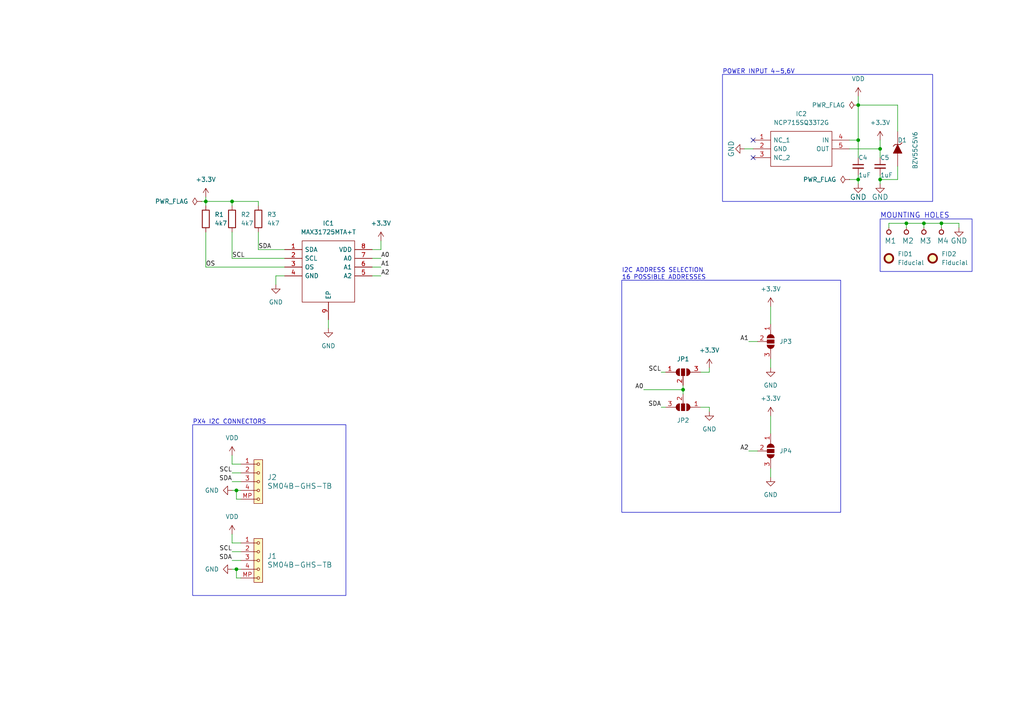
<source format=kicad_sch>
(kicad_sch (version 20230121) (generator eeschema)
  (paper "A4")
  (lib_symbols
    (symbol "Device:R" (pin_numbers hide) (pin_names (offset 0))
      (property "Reference" "R" (at 2.032 0 90))
      (property "Value" "R" (at 0 0 90))
      (symbol "R_0_1"
        (rectangle (start -1.016 -2.54) (end 1.016 2.54) (stroke (width 0.254)))
      )
      (symbol "R_1_1"
        (pin passive line (at 0 3.81 270) (length 1.27) (name "~") (number "1"))
        (pin passive line (at 0 -3.81 90) (length 1.27) (name "~") (number "2"))
      )
    )
    (symbol "GND_1" (power) (pin_names (offset 0))
      (property "Value" "GND_1" (at 0 -3.81 0))
      (symbol "GND_1_0_1"
        (polyline (pts (xy 0 0) (xy 0 -1.27) (xy 1.27 -1.27) (xy 0 -2.54) (xy -1.27 -1.27) (xy 0 -1.27)))
      )
      (symbol "GND_1_1_1"
        (pin power_in line (at 0 0 270) (length 0) hide (name "GND") (number "1"))
      )
    )
    (symbol "ISM02A-rescue:C_Small-Device-ISM02A-rescue" (pin_numbers hide) (pin_names (offset 0.254) hide)
      (property "Reference" "C" (at 0.254 1.778 0))
      (property "Value" "C_Small-Device-ISM02A-rescue" (at 0.254 -2.032 0))
      (symbol "C_Small-Device-ISM02A-rescue_0_1"
        (polyline (pts (xy -1.524 -0.508) (xy 1.524 -0.508)) (stroke (width 0.3302)))
        (polyline (pts (xy -1.524 0.508) (xy 1.524 0.508)) (stroke (width 0.3048)))
      )
      (symbol "C_Small-Device-ISM02A-rescue_1_1"
        (pin passive line (at 0 2.54 270) (length 2.032) (name "~") (number "1"))
        (pin passive line (at 0 -2.54 90) (length 2.032) (name "~") (number "2"))
      )
    )
    (symbol "ISM02A-rescue:D_ZENER-MLAB_D" (pin_numbers hide) (pin_names (offset 1.016) hide)
      (property "Reference" "D" (at 0 2.54 0))
      (property "Value" "D_ZENER-MLAB_D" (at 0 -2.54 0))
      (symbol "D_ZENER-MLAB_D_0_1"
        (polyline (pts (xy -1.778 1.27) (xy -1.27 0.762) (xy -1.27 -0.762) (xy -0.762 -1.27) (xy -0.762 -1.27)) (stroke (width 0.2032)))
        (polyline (pts (xy -1.27 0) (xy 1.27 1.27) (xy 1.27 -1.27) (xy -1.27 0) (xy -1.27 0)) (fill (type outline)))
      )
      (symbol "D_ZENER-MLAB_D_1_1"
        (pin passive line (at -5.08 0 0) (length 3.81) (name "K") (number "1"))
        (pin passive line (at 5.08 0 180) (length 3.81) (name "A") (number "2"))
      )
    )
    (symbol "Jumper:SolderJumper_3_Open" (pin_names (offset 0) hide)
      (property "Reference" "JP" (at -2.54 -2.54 0))
      (property "Value" "SolderJumper_3_Open" (at 0 2.794 0))
      (symbol "SolderJumper_3_Open_0_1"
        (arc (start -1.016 1.016) (mid -2.0276 0) (end -1.016 -1.016))
        (arc (start -1.016 1.016) (mid -2.0276 0) (end -1.016 -1.016) (fill (type outline)))
        (rectangle (start -0.508 1.016) (end 0.508 -1.016) (fill (type outline)))
        (polyline (pts (xy -2.54 0) (xy -2.032 0)))
        (polyline (pts (xy -1.016 1.016) (xy -1.016 -1.016)))
        (polyline (pts (xy 0 -1.27) (xy 0 -1.016)))
        (polyline (pts (xy 1.016 1.016) (xy 1.016 -1.016)))
        (polyline (pts (xy 2.54 0) (xy 2.032 0)))
        (arc (start 1.016 -1.016) (mid 2.0276 0) (end 1.016 1.016))
        (arc (start 1.016 -1.016) (mid 2.0276 0) (end 1.016 1.016) (fill (type outline)))
      )
      (symbol "SolderJumper_3_Open_1_1"
        (pin passive line (at -5.08 0 0) (length 2.54) (name "A") (number "1"))
        (pin passive line (at 0 -3.81 90) (length 2.54) (name "C") (number "2"))
        (pin passive line (at 5.08 0 180) (length 2.54) (name "B") (number "3"))
      )
    )
    (symbol "MAX31725MTA+T:MAX31725MTA+T" (pin_names (offset 0.762))
      (property "Reference" "IC" (at 21.59 7.62 0))
      (property "Value" "MAX31725MTA+T" (at 21.59 5.08 0))
      (symbol "MAX31725MTA+T_0_0"
        (pin passive line (at 0 0 0) (length 5.08) (name "SDA") (number "1"))
        (pin passive line (at 0 -2.54 0) (length 5.08) (name "SCL") (number "2"))
        (pin passive line (at 0 -5.08 0) (length 5.08) (name "OS") (number "3"))
        (pin passive line (at 0 -7.62 0) (length 5.08) (name "GND") (number "4"))
        (pin passive line (at 25.4 -7.62 180) (length 5.08) (name "A2") (number "5"))
        (pin passive line (at 25.4 -5.08 180) (length 5.08) (name "A1") (number "6"))
        (pin passive line (at 25.4 -2.54 180) (length 5.08) (name "A0") (number "7"))
        (pin passive line (at 25.4 0 180) (length 5.08) (name "VDD") (number "8"))
        (pin passive line (at 12.7 -20.32 90) (length 5.08) (name "EP") (number "9"))
      )
      (symbol "MAX31725MTA+T_0_1"
        (polyline (pts (xy 5.08 2.54) (xy 20.32 2.54) (xy 20.32 -15.24) (xy 5.08 -15.24) (xy 5.08 2.54)) (stroke (width 0.1524)))
      )
    )
    (symbol "MLAB_CONNECTORS_JST:SM04B-GHS-TB" (pin_names (offset 1.016))
      (property "Reference" "J" (at 0 -7.62 0))
      (property "Value" "SM04B-GHS-TB" (at 0 7.62 0))
      (symbol "SM04B-GHS-TB_0_1"
        (rectangle (start -1.27 6.35) (end 1.27 -6.35) (fill (type background)))
        (circle (center 0 -5.08) (radius 0.381))
        (circle (center 0 -2.54) (radius 0.381))
        (polyline (pts (xy -1.27 -5.08) (xy -0.381 -5.08)))
        (polyline (pts (xy -1.27 -2.54) (xy -0.381 -2.54)))
        (polyline (pts (xy -1.27 0) (xy -0.381 0)))
        (polyline (pts (xy -1.27 2.54) (xy -0.381 2.54)))
        (polyline (pts (xy -1.27 5.08) (xy -0.381 5.08)))
        (circle (center 0 0) (radius 0.381))
        (circle (center 0 2.54) (radius 0.381))
        (circle (center 0 5.08) (radius 0.381))
      )
      (symbol "SM04B-GHS-TB_1_1"
        (pin input line (at -5.08 5.08 0) (length 3.81) (name "~") (number "1"))
        (pin input line (at -5.08 2.54 0) (length 3.81) (name "~") (number "2"))
        (pin input line (at -5.08 0 0) (length 3.81) (name "~") (number "3"))
        (pin input line (at -5.08 -2.54 0) (length 3.81) (name "~") (number "4"))
        (pin input line (at -5.08 -5.08 0) (length 3.81) (name "~") (number "MP"))
      )
    )
    (symbol "MLAB_MECHANICAL:HOLE" (pin_numbers hide) (pin_names (offset 1.016) hide)
      (property "Reference" "M" (at 0 2.54 0))
      (property "Value" "HOLE" (at 0 -2.54 0))
      (symbol "HOLE_0_1"
        (circle (center 0 0) (radius 0.635) (stroke (width 0.254)))
      )
      (symbol "HOLE_1_1"
        (pin input line (at 1.27 0 180) (length 0.635) (name "~") (number "1"))
      )
    )
    (symbol "Mechanical:Fiducial"
      (property "Reference" "FID" (at 0 5.08 0))
      (property "Value" "Fiducial" (at 0 3.175 0))
      (symbol "Fiducial_0_1"
        (circle (center 0 0) (radius 1.27) (stroke (width 0.508)) (fill (type background)))
      )
    )
    (symbol "NCP715SQ33T2G:NCP715SQ33T2G" (pin_names (offset 0.762))
      (property "Reference" "IC" (at 24.13 7.62 0))
      (property "Value" "NCP715SQ33T2G" (at 24.13 5.08 0))
      (symbol "NCP715SQ33T2G_0_0"
        (pin passive line (at 0 0 0) (length 5.08) (name "NC_1") (number "1"))
        (pin passive line (at 0 -2.54 0) (length 5.08) (name "GND") (number "2"))
        (pin passive line (at 0 -5.08 0) (length 5.08) (name "NC_2") (number "3"))
        (pin passive line (at 27.94 0 180) (length 5.08) (name "IN") (number "4"))
        (pin passive line (at 27.94 -2.54 180) (length 5.08) (name "OUT") (number "5"))
      )
      (symbol "NCP715SQ33T2G_0_1"
        (polyline (pts (xy 5.08 2.54) (xy 22.86 2.54) (xy 22.86 -7.62) (xy 5.08 -7.62) (xy 5.08 2.54)) (stroke (width 0.1524)))
      )
    )
    (symbol "mlab-default-rescue:GND" (power) (pin_names (offset 0))
      (property "Value" "GND" (at 0 -3.81 0))
      (symbol "GND_0_1"
        (polyline (pts (xy 0 0) (xy 0 -1.27) (xy 1.27 -1.27) (xy 0 -2.54) (xy -1.27 -1.27) (xy 0 -1.27)))
      )
      (symbol "GND_1_1"
        (pin power_in line (at 0 0 270) (length 0) hide (name "GND") (number "1"))
      )
    )
    (symbol "power:+3.3V" (power) (pin_names (offset 0))
      (property "Value" "+3.3V" (at 0 3.556 0))
      (symbol "+3.3V_0_1"
        (polyline (pts (xy -0.762 1.27) (xy 0 2.54)))
        (polyline (pts (xy 0 0) (xy 0 2.54)))
        (polyline (pts (xy 0 2.54) (xy 0.762 1.27)))
      )
      (symbol "+3.3V_1_1"
        (pin power_in line (at 0 0 90) (length 0) hide (name "+3.3V") (number "1"))
      )
    )
    (symbol "power:GND" (power) (pin_names (offset 0))
      (property "Value" "GND" (at 0 -3.81 0))
      (symbol "GND_0_1"
        (polyline (pts (xy 0 0) (xy 0 -1.27) (xy 1.27 -1.27) (xy 0 -2.54) (xy -1.27 -1.27) (xy 0 -1.27)))
      )
      (symbol "GND_1_1"
        (pin power_in line (at 0 0 270) (length 0) hide (name "GND") (number "1"))
      )
    )
    (symbol "power:PWR_FLAG" (power) (pin_numbers hide) (pin_names (offset 0) hide)
      (property "Value" "PWR_FLAG" (at 0 3.81 0))
      (symbol "PWR_FLAG_0_0"
        (pin power_out line (at 0 0 90) (length 0) (name "pwr") (number "1"))
      )
      (symbol "PWR_FLAG_0_1"
        (polyline (pts (xy 0 0) (xy 0 1.27) (xy -1.016 1.905) (xy 0 2.54) (xy 1.016 1.905) (xy 0 1.27)))
      )
    )
    (symbol "power:VDD" (power) (pin_names (offset 0))
      (property "Value" "VDD" (at 0 3.81 0))
      (symbol "VDD_0_1"
        (polyline (pts (xy -0.762 1.27) (xy 0 2.54)))
        (polyline (pts (xy 0 0) (xy 0 2.54)))
        (polyline (pts (xy 0 2.54) (xy 0.762 1.27)))
      )
      (symbol "VDD_1_1"
        (pin power_in line (at 0 0 90) (length 0) hide (name "VDD") (number "1"))
      )
    )
  )
  (junction (at 68.58 165.1))
  (junction (at 248.92 30.48))
  (junction (at 59.69 58.42))
  (junction (at 255.27 43.18))
  (junction (at 267.97 64.77))
  (junction (at 262.89 64.77))
  (junction (at 67.31 58.42))
  (junction (at 248.92 40.64))
  (junction (at 68.58 142.24))
  (junction (at 255.27 52.07))
  (junction (at 198.12 113.03))
  (junction (at 248.92 52.07))
  (junction (at 273.05 64.77))
  (no_connect (at 218.44 45.72))
  (no_connect (at 218.44 40.64))
  (wire (pts (xy 74.93 58.42) (xy 67.31 58.42)))
  (wire (pts (xy 223.52 88.9) (xy 223.52 93.98)))
  (wire (pts (xy 273.05 64.77) (xy 267.97 64.77)))
  (wire (pts (xy 74.93 72.39) (xy 82.55 72.39)))
  (wire (pts (xy 186.69 113.03) (xy 198.12 113.03)))
  (wire (pts (xy 273.05 66.04) (xy 273.05 64.77)))
  (wire (pts (xy 217.17 99.06) (xy 219.71 99.06)))
  (wire (pts (xy 248.92 50.8) (xy 248.92 52.07)))
  (wire (pts (xy 223.52 120.65) (xy 223.52 125.73)))
  (wire (pts (xy 67.31 142.24) (xy 68.58 142.24)))
  (wire (pts (xy 110.49 69.85) (xy 110.49 72.39)))
  (wire (pts (xy 223.52 104.14) (xy 223.52 106.68)))
  (wire (pts (xy 257.81 64.77) (xy 257.81 66.04)))
  (wire (pts (xy 246.38 43.18) (xy 255.27 43.18)))
  (wire (pts (xy 267.97 66.04) (xy 267.97 64.77)))
  (wire (pts (xy 191.77 118.11) (xy 193.04 118.11)))
  (wire (pts (xy 107.95 74.93) (xy 110.49 74.93)))
  (wire (pts (xy 262.89 66.04) (xy 262.89 64.77)))
  (wire (pts (xy 198.12 113.03) (xy 198.12 114.3)))
  (wire (pts (xy 248.92 30.48) (xy 248.92 40.64)))
  (wire (pts (xy 74.93 59.69) (xy 74.93 58.42)))
  (wire (pts (xy 67.31 165.1) (xy 68.58 165.1)))
  (wire (pts (xy 82.55 80.01) (xy 80.01 80.01)))
  (wire (pts (xy 67.31 157.48) (xy 69.85 157.48)))
  (wire (pts (xy 260.35 48.26) (xy 260.35 52.07)))
  (wire (pts (xy 69.85 144.78) (xy 68.58 144.78)))
  (wire (pts (xy 217.17 130.81) (xy 219.71 130.81)))
  (wire (pts (xy 67.31 160.02) (xy 69.85 160.02)))
  (wire (pts (xy 205.74 118.11) (xy 205.74 119.38)))
  (wire (pts (xy 255.27 50.8) (xy 255.27 52.07)))
  (wire (pts (xy 80.01 80.01) (xy 80.01 82.55)))
  (wire (pts (xy 67.31 154.94) (xy 67.31 157.48)))
  (wire (pts (xy 267.97 64.77) (xy 262.89 64.77)))
  (wire (pts (xy 95.25 92.71) (xy 95.25 95.25)))
  (wire (pts (xy 248.92 40.64) (xy 246.38 40.64)))
  (wire (pts (xy 278.13 66.04) (xy 278.13 64.77)))
  (wire (pts (xy 67.31 134.62) (xy 69.85 134.62)))
  (wire (pts (xy 255.27 43.18) (xy 255.27 45.72)))
  (wire (pts (xy 246.38 52.07) (xy 248.92 52.07)))
  (wire (pts (xy 68.58 167.64) (xy 68.58 165.1)))
  (wire (pts (xy 68.58 142.24) (xy 69.85 142.24)))
  (wire (pts (xy 260.35 52.07) (xy 255.27 52.07)))
  (wire (pts (xy 278.13 64.77) (xy 273.05 64.77)))
  (wire (pts (xy 68.58 144.78) (xy 68.58 142.24)))
  (wire (pts (xy 67.31 137.16) (xy 69.85 137.16)))
  (wire (pts (xy 110.49 72.39) (xy 107.95 72.39)))
  (wire (pts (xy 68.58 165.1) (xy 69.85 165.1)))
  (wire (pts (xy 260.35 30.48) (xy 260.35 38.1)))
  (wire (pts (xy 262.89 64.77) (xy 257.81 64.77)))
  (wire (pts (xy 255.27 40.64) (xy 255.27 43.18)))
  (wire (pts (xy 67.31 132.08) (xy 67.31 134.62)))
  (wire (pts (xy 59.69 77.47) (xy 82.55 77.47)))
  (wire (pts (xy 248.92 52.07) (xy 248.92 53.34)))
  (wire (pts (xy 67.31 162.56) (xy 69.85 162.56)))
  (wire (pts (xy 198.12 111.76) (xy 198.12 113.03)))
  (wire (pts (xy 248.92 40.64) (xy 248.92 45.72)))
  (wire (pts (xy 248.92 30.48) (xy 260.35 30.48)))
  (wire (pts (xy 74.93 67.31) (xy 74.93 72.39)))
  (wire (pts (xy 67.31 58.42) (xy 59.69 58.42)))
  (wire (pts (xy 255.27 52.07) (xy 255.27 53.34)))
  (wire (pts (xy 215.9 43.18) (xy 218.44 43.18)))
  (wire (pts (xy 205.74 118.11) (xy 203.2 118.11)))
  (wire (pts (xy 67.31 67.31) (xy 67.31 74.93)))
  (wire (pts (xy 107.95 77.47) (xy 110.49 77.47)))
  (wire (pts (xy 205.74 106.68) (xy 205.74 107.95)))
  (wire (pts (xy 59.69 67.31) (xy 59.69 77.47)))
  (wire (pts (xy 67.31 74.93) (xy 82.55 74.93)))
  (wire (pts (xy 223.52 135.89) (xy 223.52 138.43)))
  (wire (pts (xy 59.69 57.15) (xy 59.69 58.42)))
  (wire (pts (xy 69.85 167.64) (xy 68.58 167.64)))
  (wire (pts (xy 248.92 27.94) (xy 248.92 30.48)))
  (wire (pts (xy 58.42 58.42) (xy 59.69 58.42)))
  (wire (pts (xy 191.77 107.95) (xy 193.04 107.95)))
  (wire (pts (xy 59.69 58.42) (xy 59.69 59.69)))
  (wire (pts (xy 67.31 139.7) (xy 69.85 139.7)))
  (wire (pts (xy 67.31 59.69) (xy 67.31 58.42)))
  (wire (pts (xy 107.95 80.01) (xy 110.49 80.01)))
  (wire (pts (xy 203.2 107.95) (xy 205.74 107.95)))
  (rectangle (start 180.34 81.28) (end 243.84 148.59))
  (rectangle (start 209.55 21.59) (end 270.51 58.42))
  (rectangle (start 255.27 63.5) (end 281.94 78.74))
  (rectangle (start 55.88 123.19) (end 100.33 172.72))
  (text "POWER INPUT 4-5,6V" (at 209.55 21.59 0) (effects (font (size 1.27 1.27)) (justify left bottom)))
  (text "I2C ADDRESS SELECTION\n16 POSSIBLE ADDRESSES" (at 180.34 81.28 0) (effects (font (size 1.27 1.27)) (justify left bottom)))
  (text "PX4 I2C CONNECTORS" (at 55.88 123.19 0) (effects (font (size 1.27 1.27)) (justify left bottom)))
  (text "MOUNTING HOLES" (at 255.27 63.5 0) (effects (font (size 1.524 1.524)) (justify left bottom)))
  (label "SCL" (at 67.31 137.16 180))
  (label "A2" (at 110.49 80.01 0))
  (label "A1" (at 217.17 99.06 180))
  (label "SCL" (at 67.31 74.93 0))
  (label "A0" (at 110.49 74.93 0))
  (label "SCL" (at 67.31 160.02 180))
  (label "A2" (at 217.17 130.81 180))
  (label "A0" (at 186.69 113.03 180))
  (label "SDA" (at 74.93 72.39 0))
  (label "SDA" (at 67.31 162.56 180))
  (label "OS" (at 59.69 77.47 0))
  (label "SDA" (at 67.31 139.7 180))
  (label "SDA" (at 191.77 118.11 180))
  (label "SCL" (at 191.77 107.95 180))
  (label "A1" (at 110.49 77.47 0))
  (symbol (lib_id "Mechanical:Fiducial") (at 257.81 74.93 0) (unit 1) (in_bom no)
    (property "Reference" "FID1" (at 260.35 73.66 0) (effects (justify left)))
    (property "Value" "Fiducial" (at 260.35 76.2 0) (effects (justify left)))
    (property "Footprint" "Fiducial:Fiducial_1mm_Mask2mm" (effects hide))
  )
  (symbol (lib_name "GND_1") (lib_id "power:GND") (at 205.74 119.38 0) (unit 1)
    (property "Reference" "#PWR06" (effects hide))
    (property "Value" "GND" (at 205.74 124.46 0))
  )
  (symbol (lib_id "power:PWR_FLAG") (at 246.38 52.07 90) (unit 1)
    (property "Reference" "#FLG02" (effects hide))
    (property "Value" "PWR_FLAG" (at 242.57 52.07 90) (effects (justify left)))
  )
  (symbol (lib_id "power:+3.3V") (at 223.52 120.65 0) (unit 1)
    (property "Reference" "#PWR010" (effects hide))
    (property "Value" "+3.3V" (at 223.52 115.57 0))
  )
  (symbol (lib_name "GND_1") (lib_id "power:GND") (at 95.25 95.25 0) (unit 1)
    (property "Reference" "#PWR03" (effects hide))
    (property "Value" "GND" (at 95.25 100.33 0))
  )
  (symbol (lib_id "power:GND") (at 215.9 43.18 270) (unit 1)
    (property "Reference" "#PWR07" (effects hide))
    (property "Value" "GND" (at 212.09 43.18 0) (effects (font (size 1.524 1.524))))
  )
  (symbol (lib_id "ISM02A-rescue:C_Small-Device-ISM02A-rescue") (at 248.92 48.26 0) (unit 1)
    (property "Reference" "C4" (at 248.92 45.72 0) (effects (justify left)))
    (property "Value" "1uF" (at 248.92 50.8 0) (effects (justify left)))
    (property "Footprint" "Capacitor_SMD:C_0805_2012Metric_Pad1.18x1.45mm_HandSolder" (effects hide))
    (property "UST_ID" "5c70984812875079b91f8bbe" (effects hide))
  )
  (symbol (lib_id "power:VDD") (at 67.31 154.94 0) (unit 1)
    (property "Reference" "#PWR019" (effects hide))
    (property "Value" "VDD" (at 67.31 149.86 0))
  )
  (symbol (lib_name "GND_1") (lib_id "power:GND") (at 67.31 142.24 270) (unit 1)
    (property "Reference" "#PWR018" (effects hide))
    (property "Value" "GND" (at 63.5 142.24 90) (effects (justify right)))
  )
  (symbol (lib_id "power:PWR_FLAG") (at 58.42 58.42 90) (unit 1)
    (property "Reference" "#FLG01" (effects hide))
    (property "Value" "PWR_FLAG" (at 54.61 58.42 90) (effects (justify left)))
  )
  (symbol (lib_id "Jumper:SolderJumper_3_Open") (at 198.12 107.95 0) (unit 1)
    (property "Reference" "JP1" (at 198.12 104.14 0))
    (property "Value" "SolderJumper_3_Open" (effects hide))
    (property "Footprint" "Jumper:SolderJumper-3_P1.3mm_Open_RoundedPad1.0x1.5mm" (effects hide))
  )
  (symbol (lib_id "MLAB_MECHANICAL:HOLE") (at 257.81 67.31 90) (unit 1)
    (property "Reference" "M1" (at 256.54 69.85 90) (effects (font (size 1.524 1.524)) (justify right)))
    (property "Value" "HOLE" (effects hide))
    (property "Footprint" "Mlab_Mechanical:MountingHole_3mm" (effects hide))
  )
  (symbol (lib_id "MLAB_MECHANICAL:HOLE") (at 273.05 67.31 90) (unit 1)
    (property "Reference" "M4" (at 271.78 69.85 90) (effects (font (size 1.524 1.524)) (justify right)))
    (property "Value" "HOLE" (effects hide))
    (property "Footprint" "Mlab_Mechanical:MountingHole_3mm" (effects hide))
  )
  (symbol (lib_id "power:+3.3V") (at 255.27 40.64 0) (unit 1)
    (property "Reference" "#PWR014" (effects hide))
    (property "Value" "+3.3V" (at 255.27 35.56 0))
  )
  (symbol (lib_id "Device:R") (at 59.69 63.5 0) (unit 1)
    (property "Reference" "R1" (at 62.23 62.23 0) (effects (justify left)))
    (property "Value" "4k7" (at 62.23 64.77 0) (effects (justify left)))
    (property "Footprint" "Resistor_SMD:R_0805_2012Metric_Pad1.20x1.40mm_HandSolder" (effects hide))
  )
  (symbol (lib_id "power:+3.3V") (at 223.52 88.9 0) (unit 1)
    (property "Reference" "#PWR08" (effects hide))
    (property "Value" "+3.3V" (at 223.52 83.82 0))
  )
  (symbol (lib_id "Jumper:SolderJumper_3_Open") (at 223.52 130.81 270) (unit 1)
    (property "Reference" "JP4" (at 226.06 130.81 90) (effects (justify left)))
    (property "Value" "SolderJumper_3_Open" (effects hide))
    (property "Footprint" "Jumper:SolderJumper-3_P1.3mm_Open_RoundedPad1.0x1.5mm" (effects hide))
  )
  (symbol (lib_name "GND_1") (lib_id "power:GND") (at 67.31 165.1 270) (unit 1)
    (property "Reference" "#PWR020" (effects hide))
    (property "Value" "GND" (at 63.5 165.1 90) (effects (justify right)))
  )
  (symbol (lib_id "Device:R") (at 74.93 63.5 0) (unit 1)
    (property "Reference" "R3" (at 77.47 62.23 0) (effects (justify left)))
    (property "Value" "4k7" (at 77.47 64.77 0) (effects (justify left)))
    (property "Footprint" "Resistor_SMD:R_0805_2012Metric_Pad1.20x1.40mm_HandSolder" (effects hide))
  )
  (symbol (lib_id "ISM02A-rescue:D_ZENER-MLAB_D") (at 260.35 43.18 270) (unit 1)
    (property "Reference" "D1" (at 260.35 40.64 90) (effects (justify left)))
    (property "Value" "BZV55C5V6" (at 265.43 38.1 0) (effects (justify left)))
    (property "Footprint" "Diode_SMD:D_SOD-123F" (effects hide))
    (property "Datasheet" "BZT52H-C3V6,115" (effects hide))
    (property "UST_ID" "650b35ab462c6d9e720543d0" (effects hide))
  )
  (symbol (lib_id "Jumper:SolderJumper_3_Open") (at 223.52 99.06 270) (unit 1)
    (property "Reference" "JP3" (at 226.06 99.06 90) (effects (justify left)))
    (property "Value" "SolderJumper_3_Open" (effects hide))
    (property "Footprint" "Jumper:SolderJumper-3_P1.3mm_Open_RoundedPad1.0x1.5mm" (effects hide))
  )
  (symbol (lib_id "power:GND") (at 248.92 53.34 0) (unit 1)
    (property "Reference" "#PWR013" (effects hide))
    (property "Value" "GND" (at 248.92 57.15 0) (effects (font (size 1.524 1.524))))
  )
  (symbol (lib_name "GND_1") (lib_id "power:GND") (at 223.52 138.43 0) (unit 1)
    (property "Reference" "#PWR011" (effects hide))
    (property "Value" "GND" (at 223.52 143.51 0))
  )
  (symbol (lib_id "power:+3.3V") (at 205.74 106.68 0) (unit 1)
    (property "Reference" "#PWR05" (effects hide))
    (property "Value" "+3.3V" (at 205.74 101.6 0))
  )
  (symbol (lib_id "power:+3.3V") (at 59.69 57.15 0) (unit 1)
    (property "Reference" "#PWR01" (effects hide))
    (property "Value" "+3.3V" (at 59.69 52.07 0))
  )
  (symbol (lib_id "NCP715SQ33T2G:NCP715SQ33T2G") (at 218.44 40.64 0) (unit 1)
    (property "Reference" "IC2" (at 232.41 33.02 0))
    (property "Value" "NCP715SQ33T2G" (at 232.41 35.56 0))
    (property "Footprint" "ncp:SOT65P210X110-5N" (effects hide))
    (property "Datasheet" "http://www.onsemi.com/pub/Collateral/NCP715-D.PDF" (effects hide))
    (property "Description" "ON SEMICONDUCTOR - NCP715SQ33T2G - LDO, FIXED, 3.3V, 0.05A, SC-70-5" (effects hide))
    (property "Height" "1.1" (effects hide))
    (property "Mouser Part Number" "863-NCP715SQ33T2G" (effects hide))
    (property "Mouser Price/Stock" "https://www.mouser.co.uk/ProductDetail/onsemi/NCP715SQ33T2G?qs=dbuNSGnowt2ffOIPXxfL9g%3D%3D" (effects hide))
    (property "Manufacturer_Name" "onsemi" (effects hide))
    (property "Manufacturer_Part_Number" "NCP715SQ33T2G" (effects hide))
  )
  (symbol (lib_id "MAX31725MTA+T:MAX31725MTA+T") (at 82.55 72.39 0) (unit 1)
    (property "Reference" "IC1" (at 95.25 64.77 0))
    (property "Value" "MAX31725MTA+T" (at 95.25 67.31 0))
    (property "Footprint" "KiCad:SON65P300X300X80-9N" (effects hide))
    (property "Datasheet" "https://componentsearchengine.com/Datasheets/2/MAX31725MTA+T.pdf" (effects hide))
    (property "Description" "MAXIM INTEGRATED PRODUCTS - MAX31725MTA+T - Temperature Sensor IC, Digital, +/- 0.7C, -55 C, 150 C, TDFN, 8 Pins" (effects hide))
    (property "Height" "0.8" (effects hide))
    (property "Mouser Part Number" "700-MAX31725MTA+T" (effects hide))
    (property "Mouser Price/Stock" "https://www.mouser.co.uk/ProductDetail/Maxim-Integrated/MAX31725MTA%2bT?qs=g0UVtq9Ld0PiC3hwpsy9Mw%3D%3D" (effects hide))
    (property "Manufacturer_Name" "Analog Devices" (effects hide))
    (property "Manufacturer_Part_Number" "MAX31725MTA+T" (effects hide))
  )
  (symbol (lib_id "power:VDD") (at 67.31 132.08 0) (unit 1)
    (property "Reference" "#PWR017" (effects hide))
    (property "Value" "VDD" (at 67.31 127 0))
  )
  (symbol (lib_id "power:PWR_FLAG") (at 248.92 30.48 90) (unit 1)
    (property "Reference" "#FLG03" (effects hide))
    (property "Value" "PWR_FLAG" (at 245.11 30.48 90) (effects (justify left)))
  )
  (symbol (lib_id "mlab-default-rescue:GND") (at 278.13 66.04 0) (unit 1)
    (property "Reference" "#PWR016" (effects hide))
    (property "Value" "GND" (at 278.13 69.85 0) (effects (font (size 1.524 1.524))))
  )
  (symbol (lib_id "MLAB_MECHANICAL:HOLE") (at 267.97 67.31 90) (unit 1)
    (property "Reference" "M3" (at 266.7 69.85 90) (effects (font (size 1.524 1.524)) (justify right)))
    (property "Value" "HOLE" (effects hide))
    (property "Footprint" "Mlab_Mechanical:MountingHole_3mm" (effects hide))
  )
  (symbol (lib_id "Jumper:SolderJumper_3_Open") (at 198.12 118.11 180) (unit 1)
    (property "Reference" "JP2" (at 198.12 121.92 0))
    (property "Value" "SolderJumper_3_Open" (effects hide))
    (property "Footprint" "Jumper:SolderJumper-3_P1.3mm_Open_RoundedPad1.0x1.5mm" (effects hide))
  )
  (symbol (lib_id "MLAB_MECHANICAL:HOLE") (at 262.89 67.31 90) (unit 1)
    (property "Reference" "M2" (at 261.62 69.85 90) (effects (font (size 1.524 1.524)) (justify right)))
    (property "Value" "HOLE" (effects hide))
    (property "Footprint" "Mlab_Mechanical:MountingHole_3mm" (effects hide))
  )
  (symbol (lib_id "Mechanical:Fiducial") (at 270.51 74.93 0) (unit 1) (in_bom no)
    (property "Reference" "FID2" (at 273.05 73.66 0) (effects (justify left)))
    (property "Value" "Fiducial" (at 273.05 76.2 0) (effects (justify left)))
    (property "Footprint" "Fiducial:Fiducial_1mm_Mask2mm" (effects hide))
  )
  (symbol (lib_id "power:+3.3V") (at 110.49 69.85 0) (unit 1)
    (property "Reference" "#PWR04" (effects hide))
    (property "Value" "+3.3V" (at 110.49 64.77 0))
  )
  (symbol (lib_id "power:GND") (at 255.27 53.34 0) (unit 1)
    (property "Reference" "#PWR015" (effects hide))
    (property "Value" "GND" (at 255.27 57.15 0) (effects (font (size 1.524 1.524))))
  )
  (symbol (lib_id "Device:R") (at 67.31 63.5 0) (unit 1)
    (property "Reference" "R2" (at 69.85 62.23 0) (effects (justify left)))
    (property "Value" "4k7" (at 69.85 64.77 0) (effects (justify left)))
    (property "Footprint" "Resistor_SMD:R_0805_2012Metric_Pad1.20x1.40mm_HandSolder" (effects hide))
  )
  (symbol (lib_name "GND_1") (lib_id "power:GND") (at 80.01 82.55 0) (unit 1)
    (property "Reference" "#PWR02" (effects hide))
    (property "Value" "GND" (at 80.01 87.63 0))
  )
  (symbol (lib_id "power:VDD") (at 248.92 27.94 0) (unit 1)
    (property "Reference" "#PWR012" (effects hide))
    (property "Value" "VDD" (at 248.92 22.86 0))
  )
  (symbol (lib_id "ISM02A-rescue:C_Small-Device-ISM02A-rescue") (at 255.27 48.26 0) (unit 1)
    (property "Reference" "C5" (at 255.27 45.72 0) (effects (justify left)))
    (property "Value" "1uF" (at 255.27 50.8 0) (effects (justify left)))
    (property "Footprint" "Capacitor_SMD:C_0805_2012Metric_Pad1.18x1.45mm_HandSolder" (effects hide))
    (property "UST_ID" "5c70984812875079b91f8bbe" (effects hide))
  )
  (symbol (lib_name "GND_1") (lib_id "power:GND") (at 223.52 106.68 0) (unit 1)
    (property "Reference" "#PWR09" (effects hide))
    (property "Value" "GND" (at 223.52 111.76 0))
  )
  (symbol (lib_id "MLAB_CONNECTORS_JST:SM04B-GHS-TB") (at 74.93 162.56 0) (unit 1)
    (property "Reference" "J1" (at 77.47 161.29 0) (effects (font (size 1.524 1.524)) (justify left)))
    (property "Value" "SM04B-GHS-TB" (at 77.47 163.83 0) (effects (font (size 1.524 1.524)) (justify left)))
    (property "Footprint" "Connector_JST:JST_GH_SM04B-GHS-TB_1x04-1MP_P1.25mm_Horizontal" (effects hide))
  )
  (symbol (lib_id "MLAB_CONNECTORS_JST:SM04B-GHS-TB") (at 74.93 139.7 0) (unit 1)
    (property "Reference" "J2" (at 77.47 138.43 0) (effects (font (size 1.524 1.524)) (justify left)))
    (property "Value" "SM04B-GHS-TB" (at 77.47 140.97 0) (effects (font (size 1.524 1.524)) (justify left)))
    (property "Footprint" "Connector_JST:JST_GH_SM04B-GHS-TB_1x04-1MP_P1.25mm_Horizontal" (effects hide))
  )
)
</source>
